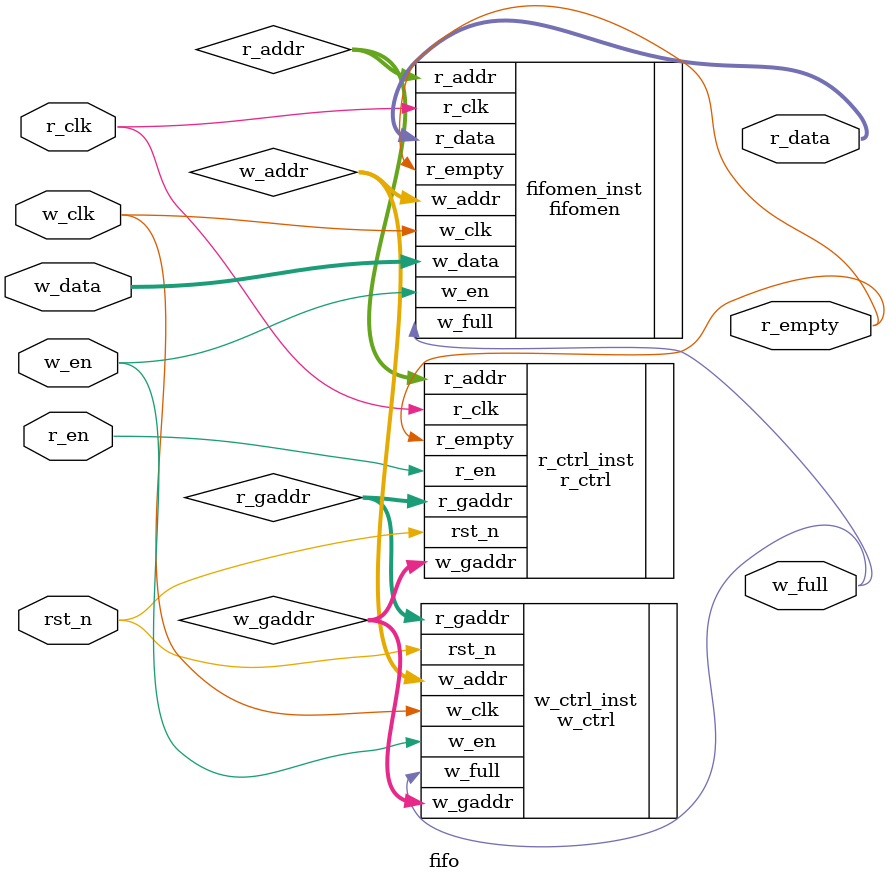
<source format=v>
module fifo(
    input   wire        w_clk,
    input   wire        r_clk,
    input   wire        rst_n,
    input   wire        w_en,
    input   wire  [7:0] w_data,
    input   wire        r_en,
    output  wire        w_full,
    output  wire  [7:0] r_data,
    output  wire        r_empty
);
wire    [3:0]   r_gaddr;
wire    [3:0]   w_addr;
wire    [3:0]   w_gaddr;
wire    [3:0]   r_addr;

w_ctrl w_ctrl_inst(
        .w_clk      (w_clk),  //Ð´Ê±ÖÓ
        .rst_n      (rst_n),  //¸´Î»
        .w_en       (w_en),   //Ð´Ê¹ÄÜ
        .r_gaddr    (r_gaddr),//¶ÁÊ±ÖÓ¹ýÀ´µÄ¸ñÀ×Âë¶ÁµØÖ·Ö¸Õë
        .w_full     (w_full), //Ð´Âú±êÖ¾
        .w_addr     (w_addr), //256Éî¶ÈµÄFIFOÐ´¶þ½øÖÆµØÖ·
        .w_gaddr    (w_gaddr)//Ð´FIFOµØÖ·¸ñÀ×Âë±àÂë
);

fifomen fifomen_inst(
    .w_clk      (w_clk),
    .r_clk      (r_clk),
    .w_en       (w_en),//À´×ÔÓÚFIFOµÄÐ´¿ØÖÆÄ£¿é
    .w_full     (w_full),//À´×ÔÓÚFIFOµÄÐ´¿ØÖÆÄ£¿é
    .w_data     (w_data),//À´×ÔÓÚÍâ²¿Êý¾ÝÔ´
    .w_addr     (w_addr),//À´×ÔÓÚFIFOµÄÐ´¿ØÖÆÄ£¿é
    .r_empty    (r_empty),//À´×ÔÓÚFIFOµÄ¶Á¿ØÖÆÄ£¿é
    .r_addr     (r_addr),//À´×ÔÓÚFIFOµÄ¶Á¿ØÖÆÄ£¿é
    .r_data     (r_data)//¶ÁÊý¾ÝÊÇ´ÓÄÚ²¿ramÖÐ¶ÁÈ¡
);

r_ctrl r_ctrl_inst(
   .r_clk       (r_clk),//¶ÁÊ±ÖÓ
   .rst_n       (rst_n),
   .r_en        (r_en),//¶ÁÊ¹ÄÜ
   .w_gaddr     (w_gaddr),//Ð´Ê±ÖÓÓòÖÐµÄÐ´µØÖ·Ö¸Õë
   .r_empty     (r_empty),//¶Á¿Õ±êÖ¾
   .r_addr      (r_addr),//¶ÁµØÖ·¶þ½øÖÆ
   .r_gaddr     (r_gaddr)//¶Á¸ñÀ×ÂëµØÖ·
);

endmodule

</source>
